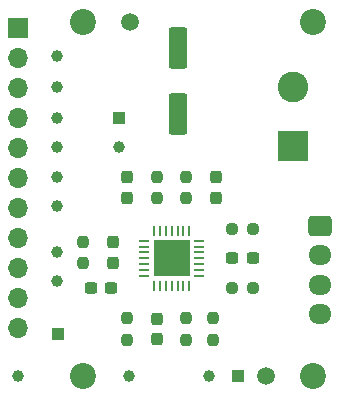
<source format=gbr>
%TF.GenerationSoftware,KiCad,Pcbnew,(6.0.6)*%
%TF.CreationDate,2022-06-26T21:43:02+02:00*%
%TF.ProjectId,tmc2208-breakout,746d6332-3230-4382-9d62-7265616b6f75,rev?*%
%TF.SameCoordinates,Original*%
%TF.FileFunction,Soldermask,Top*%
%TF.FilePolarity,Negative*%
%FSLAX46Y46*%
G04 Gerber Fmt 4.6, Leading zero omitted, Abs format (unit mm)*
G04 Created by KiCad (PCBNEW (6.0.6)) date 2022-06-26 21:43:02*
%MOMM*%
%LPD*%
G01*
G04 APERTURE LIST*
G04 Aperture macros list*
%AMRoundRect*
0 Rectangle with rounded corners*
0 $1 Rounding radius*
0 $2 $3 $4 $5 $6 $7 $8 $9 X,Y pos of 4 corners*
0 Add a 4 corners polygon primitive as box body*
4,1,4,$2,$3,$4,$5,$6,$7,$8,$9,$2,$3,0*
0 Add four circle primitives for the rounded corners*
1,1,$1+$1,$2,$3*
1,1,$1+$1,$4,$5*
1,1,$1+$1,$6,$7*
1,1,$1+$1,$8,$9*
0 Add four rect primitives between the rounded corners*
20,1,$1+$1,$2,$3,$4,$5,0*
20,1,$1+$1,$4,$5,$6,$7,0*
20,1,$1+$1,$6,$7,$8,$9,0*
20,1,$1+$1,$8,$9,$2,$3,0*%
G04 Aperture macros list end*
%ADD10R,1.700000X1.700000*%
%ADD11O,1.700000X1.700000*%
%ADD12RoundRect,0.250000X0.550000X-1.500000X0.550000X1.500000X-0.550000X1.500000X-0.550000X-1.500000X0*%
%ADD13C,1.000000*%
%ADD14R,1.000000X1.000000*%
%ADD15C,2.200000*%
%ADD16RoundRect,0.237500X-0.300000X-0.237500X0.300000X-0.237500X0.300000X0.237500X-0.300000X0.237500X0*%
%ADD17RoundRect,0.250000X-0.725000X0.600000X-0.725000X-0.600000X0.725000X-0.600000X0.725000X0.600000X0*%
%ADD18O,1.950000X1.700000*%
%ADD19RoundRect,0.237500X-0.237500X0.250000X-0.237500X-0.250000X0.237500X-0.250000X0.237500X0.250000X0*%
%ADD20RoundRect,0.237500X-0.237500X0.300000X-0.237500X-0.300000X0.237500X-0.300000X0.237500X0.300000X0*%
%ADD21R,0.909599X0.254800*%
%ADD22R,0.254800X0.909599*%
%ADD23R,3.098800X3.098800*%
%ADD24RoundRect,0.237500X0.237500X-0.300000X0.237500X0.300000X-0.237500X0.300000X-0.237500X-0.300000X0*%
%ADD25RoundRect,0.237500X0.237500X-0.250000X0.237500X0.250000X-0.237500X0.250000X-0.237500X-0.250000X0*%
%ADD26RoundRect,0.237500X0.300000X0.237500X-0.300000X0.237500X-0.300000X-0.237500X0.300000X-0.237500X0*%
%ADD27R,2.600000X2.600000*%
%ADD28C,2.600000*%
%ADD29RoundRect,0.237500X0.250000X0.237500X-0.250000X0.237500X-0.250000X-0.237500X0.250000X-0.237500X0*%
%ADD30C,1.500000*%
%ADD31RoundRect,0.237500X-0.250000X-0.237500X0.250000X-0.237500X0.250000X0.237500X-0.250000X0.237500X0*%
G04 APERTURE END LIST*
D10*
%TO.C,J1*%
X144000000Y-41500000D03*
D11*
X144000000Y-44040000D03*
X144000000Y-46580000D03*
X144000000Y-49120000D03*
X144000000Y-51660000D03*
X144000000Y-54200000D03*
X144000000Y-56740000D03*
X144000000Y-59280000D03*
X144000000Y-61820000D03*
X144000000Y-64360000D03*
X144000000Y-66900000D03*
%TD*%
D12*
%TO.C,C7*%
X157500000Y-48800000D03*
X157500000Y-43200000D03*
%TD*%
D13*
%TO.C,TP2*%
X147300000Y-43900000D03*
%TD*%
D14*
%TO.C,TP20*%
X152500000Y-49100000D03*
%TD*%
D15*
%TO.C,H2*%
X149500000Y-71000000D03*
%TD*%
D16*
%TO.C,C4*%
X162137500Y-61000000D03*
X163862500Y-61000000D03*
%TD*%
D13*
%TO.C,TP15*%
X153400000Y-71000000D03*
%TD*%
%TO.C,TP4*%
X147300000Y-54100000D03*
%TD*%
D17*
%TO.C,J3*%
X169525000Y-58250000D03*
D18*
X169525000Y-60750000D03*
X169525000Y-63250000D03*
X169525000Y-65750000D03*
%TD*%
D13*
%TO.C,TP6*%
X147300000Y-56600000D03*
%TD*%
D14*
%TO.C,TP19*%
X162600000Y-71000000D03*
%TD*%
D19*
%TO.C,R6*%
X160500000Y-66087500D03*
X160500000Y-67912500D03*
%TD*%
D20*
%TO.C,C1*%
X155750000Y-66137500D03*
X155750000Y-67862500D03*
%TD*%
D15*
%TO.C,H1*%
X149500000Y-41000000D03*
%TD*%
D13*
%TO.C,TP1*%
X147300000Y-49100000D03*
%TD*%
D21*
%TO.C,U1*%
X154652900Y-59500000D03*
X154652900Y-59999999D03*
X154652900Y-60500001D03*
X154652900Y-61000000D03*
X154652900Y-61499999D03*
X154652900Y-62000001D03*
X154652900Y-62500000D03*
D22*
X155500000Y-63347100D03*
X155999999Y-63347100D03*
X156500001Y-63347100D03*
X157000000Y-63347100D03*
X157499999Y-63347100D03*
X158000001Y-63347100D03*
X158500000Y-63347100D03*
D21*
X159347100Y-62500000D03*
X159347100Y-62000001D03*
X159347100Y-61499999D03*
X159347100Y-61000000D03*
X159347100Y-60500001D03*
X159347100Y-59999999D03*
X159347100Y-59500000D03*
D22*
X158500000Y-58652900D03*
X158000001Y-58652900D03*
X157499999Y-58652900D03*
X157000000Y-58652900D03*
X156500001Y-58652900D03*
X155999999Y-58652900D03*
X155500000Y-58652900D03*
D23*
X157000000Y-61000000D03*
%TD*%
D19*
%TO.C,R3*%
X158250000Y-54087500D03*
X158250000Y-55912500D03*
%TD*%
%TO.C,R8*%
X153250000Y-66087500D03*
X153250000Y-67912500D03*
%TD*%
D24*
%TO.C,C5*%
X153250000Y-55862500D03*
X153250000Y-54137500D03*
%TD*%
D13*
%TO.C,TP7*%
X147300000Y-60500000D03*
%TD*%
D25*
%TO.C,R2*%
X155750000Y-55912500D03*
X155750000Y-54087500D03*
%TD*%
D26*
%TO.C,C3*%
X151862500Y-63500000D03*
X150137500Y-63500000D03*
%TD*%
D13*
%TO.C,TP5*%
X147300000Y-46500000D03*
%TD*%
D25*
%TO.C,R1*%
X149500000Y-61412500D03*
X149500000Y-59587500D03*
%TD*%
%TO.C,R7*%
X158250000Y-67912500D03*
X158250000Y-66087500D03*
%TD*%
D15*
%TO.C,H4*%
X169000000Y-41000000D03*
%TD*%
D24*
%TO.C,C2*%
X152000000Y-61362500D03*
X152000000Y-59637500D03*
%TD*%
D27*
%TO.C,J4*%
X167305000Y-51500000D03*
D28*
X167305000Y-46500000D03*
%TD*%
D13*
%TO.C,TP3*%
X147300000Y-51600000D03*
%TD*%
D24*
%TO.C,C6*%
X160750000Y-55862500D03*
X160750000Y-54137500D03*
%TD*%
D13*
%TO.C,TP14*%
X152500000Y-51600000D03*
%TD*%
D29*
%TO.C,R5*%
X163912500Y-58500000D03*
X162087500Y-58500000D03*
%TD*%
D15*
%TO.C,H3*%
X169000000Y-71000000D03*
%TD*%
D13*
%TO.C,TP12*%
X160200000Y-71000000D03*
%TD*%
D30*
%TO.C,FID1*%
X153500000Y-41000000D03*
%TD*%
D14*
%TO.C,TP18*%
X147400000Y-67400000D03*
%TD*%
D30*
%TO.C,FID2*%
X165000000Y-71000000D03*
%TD*%
D31*
%TO.C,R4*%
X162087500Y-63500000D03*
X163912500Y-63500000D03*
%TD*%
D13*
%TO.C,TP16*%
X144000000Y-71000000D03*
%TD*%
%TO.C,TP8*%
X147300000Y-62900000D03*
%TD*%
M02*

</source>
